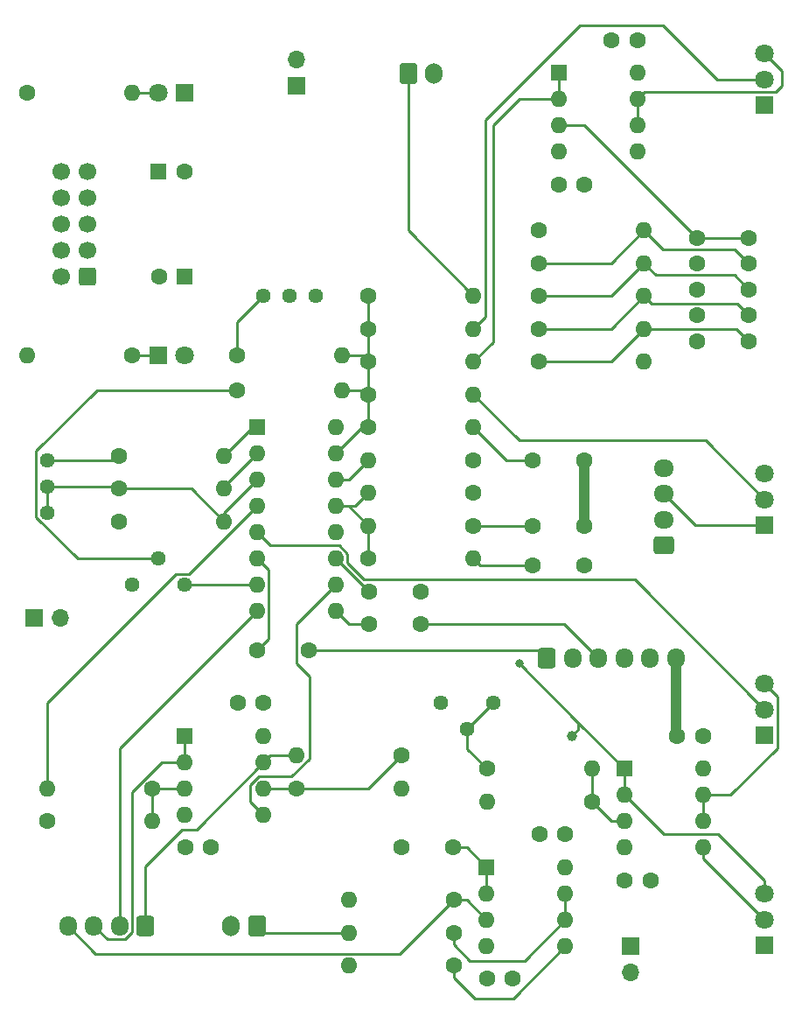
<source format=gtl>
G04 #@! TF.GenerationSoftware,KiCad,Pcbnew,(6.0.11)*
G04 #@! TF.CreationDate,2023-07-18T09:17:07+09:00*
G04 #@! TF.ProjectId,3340VCO,33333430-5643-44f2-9e6b-696361645f70,1.0*
G04 #@! TF.SameCoordinates,Original*
G04 #@! TF.FileFunction,Copper,L1,Top*
G04 #@! TF.FilePolarity,Positive*
%FSLAX46Y46*%
G04 Gerber Fmt 4.6, Leading zero omitted, Abs format (unit mm)*
G04 Created by KiCad (PCBNEW (6.0.11)) date 2023-07-18 09:17:07*
%MOMM*%
%LPD*%
G01*
G04 APERTURE LIST*
G04 Aperture macros list*
%AMRoundRect*
0 Rectangle with rounded corners*
0 $1 Rounding radius*
0 $2 $3 $4 $5 $6 $7 $8 $9 X,Y pos of 4 corners*
0 Add a 4 corners polygon primitive as box body*
4,1,4,$2,$3,$4,$5,$6,$7,$8,$9,$2,$3,0*
0 Add four circle primitives for the rounded corners*
1,1,$1+$1,$2,$3*
1,1,$1+$1,$4,$5*
1,1,$1+$1,$6,$7*
1,1,$1+$1,$8,$9*
0 Add four rect primitives between the rounded corners*
20,1,$1+$1,$2,$3,$4,$5,0*
20,1,$1+$1,$4,$5,$6,$7,0*
20,1,$1+$1,$6,$7,$8,$9,0*
20,1,$1+$1,$8,$9,$2,$3,0*%
G04 Aperture macros list end*
G04 #@! TA.AperFunction,ComponentPad*
%ADD10R,1.700000X1.700000*%
G04 #@! TD*
G04 #@! TA.AperFunction,ComponentPad*
%ADD11O,1.700000X1.700000*%
G04 #@! TD*
G04 #@! TA.AperFunction,ComponentPad*
%ADD12C,1.600000*%
G04 #@! TD*
G04 #@! TA.AperFunction,ComponentPad*
%ADD13O,1.600000X1.600000*%
G04 #@! TD*
G04 #@! TA.AperFunction,ComponentPad*
%ADD14R,1.600000X1.600000*%
G04 #@! TD*
G04 #@! TA.AperFunction,ComponentPad*
%ADD15R,1.800000X1.800000*%
G04 #@! TD*
G04 #@! TA.AperFunction,ComponentPad*
%ADD16C,1.800000*%
G04 #@! TD*
G04 #@! TA.AperFunction,ComponentPad*
%ADD17C,1.440000*%
G04 #@! TD*
G04 #@! TA.AperFunction,ComponentPad*
%ADD18RoundRect,0.250000X-0.600000X-0.750000X0.600000X-0.750000X0.600000X0.750000X-0.600000X0.750000X0*%
G04 #@! TD*
G04 #@! TA.AperFunction,ComponentPad*
%ADD19O,1.700000X2.000000*%
G04 #@! TD*
G04 #@! TA.AperFunction,ComponentPad*
%ADD20RoundRect,0.250000X-0.600000X-0.725000X0.600000X-0.725000X0.600000X0.725000X-0.600000X0.725000X0*%
G04 #@! TD*
G04 #@! TA.AperFunction,ComponentPad*
%ADD21O,1.700000X1.950000*%
G04 #@! TD*
G04 #@! TA.AperFunction,ComponentPad*
%ADD22RoundRect,0.250000X0.725000X-0.600000X0.725000X0.600000X-0.725000X0.600000X-0.725000X-0.600000X0*%
G04 #@! TD*
G04 #@! TA.AperFunction,ComponentPad*
%ADD23O,1.950000X1.700000*%
G04 #@! TD*
G04 #@! TA.AperFunction,ComponentPad*
%ADD24RoundRect,0.250000X0.600000X0.750000X-0.600000X0.750000X-0.600000X-0.750000X0.600000X-0.750000X0*%
G04 #@! TD*
G04 #@! TA.AperFunction,ComponentPad*
%ADD25RoundRect,0.250000X0.600000X0.725000X-0.600000X0.725000X-0.600000X-0.725000X0.600000X-0.725000X0*%
G04 #@! TD*
G04 #@! TA.AperFunction,ComponentPad*
%ADD26RoundRect,0.250000X0.600000X0.600000X-0.600000X0.600000X-0.600000X-0.600000X0.600000X-0.600000X0*%
G04 #@! TD*
G04 #@! TA.AperFunction,ComponentPad*
%ADD27C,1.700000*%
G04 #@! TD*
G04 #@! TA.AperFunction,SMDPad,CuDef*
%ADD28C,1.000000*%
G04 #@! TD*
G04 #@! TA.AperFunction,ViaPad*
%ADD29C,0.800000*%
G04 #@! TD*
G04 #@! TA.AperFunction,Conductor*
%ADD30C,1.000000*%
G04 #@! TD*
G04 #@! TA.AperFunction,Conductor*
%ADD31C,0.250000*%
G04 #@! TD*
G04 APERTURE END LIST*
D10*
X163195000Y-141605000D03*
D11*
X163195000Y-144145000D03*
D12*
X146050000Y-143510000D03*
D13*
X135890000Y-143510000D03*
X163840000Y-57160000D03*
X163840000Y-59700000D03*
X163840000Y-62240000D03*
X163840000Y-64780000D03*
X156220000Y-64780000D03*
X156220000Y-62240000D03*
X156220000Y-59700000D03*
D14*
X156220000Y-57160000D03*
D10*
X130810000Y-58420000D03*
D11*
X130810000Y-55880000D03*
D12*
X141010000Y-132080000D03*
X146010000Y-132080000D03*
X154305000Y-81915000D03*
D13*
X164465000Y-81915000D03*
D15*
X176130000Y-121245000D03*
D16*
X176130000Y-118745000D03*
X176130000Y-116245000D03*
D15*
X120015000Y-59055000D03*
D16*
X117475000Y-59055000D03*
D12*
X127040000Y-113030000D03*
X132040000Y-113030000D03*
D13*
X147965000Y-85080000D03*
D12*
X137805000Y-85080000D03*
D13*
X135255000Y-84455000D03*
D12*
X125095000Y-84455000D03*
D13*
X147955000Y-104130000D03*
D12*
X137795000Y-104130000D03*
X154305000Y-78740000D03*
D13*
X164465000Y-78740000D03*
D14*
X149235000Y-134005000D03*
D13*
X149235000Y-136545000D03*
X149235000Y-139085000D03*
X149235000Y-141625000D03*
X156855000Y-141625000D03*
X156855000Y-139085000D03*
X156855000Y-136545000D03*
X156855000Y-134005000D03*
D14*
X117475000Y-66675000D03*
D12*
X119975000Y-66675000D03*
D17*
X127645000Y-78740000D03*
X130185000Y-78740000D03*
X132725000Y-78740000D03*
D18*
X141625000Y-57260000D03*
D19*
X144125000Y-57260000D03*
D12*
X159405000Y-127645000D03*
D13*
X149245000Y-127645000D03*
D16*
X176130000Y-95925000D03*
X176130000Y-98425000D03*
D15*
X176130000Y-100925000D03*
D12*
X154305000Y-72390000D03*
D13*
X164465000Y-72390000D03*
D12*
X165100000Y-135255000D03*
X162600000Y-135255000D03*
X146050000Y-137160000D03*
D13*
X135890000Y-137160000D03*
D20*
X155040000Y-113775000D03*
D21*
X157540000Y-113775000D03*
X160040000Y-113775000D03*
X162540000Y-113775000D03*
X165040000Y-113775000D03*
X167540000Y-113775000D03*
D12*
X153670000Y-94615000D03*
X158670000Y-94615000D03*
X104775000Y-59055000D03*
D13*
X114935000Y-59055000D03*
X147965000Y-81905000D03*
D12*
X137805000Y-81905000D03*
D13*
X147955000Y-91440000D03*
D12*
X137795000Y-91440000D03*
X142835000Y-110490000D03*
X137835000Y-110490000D03*
D13*
X147965000Y-88255000D03*
D12*
X137805000Y-88255000D03*
D13*
X123825000Y-94180000D03*
D12*
X113665000Y-94180000D03*
X158710000Y-67935000D03*
X156210000Y-67935000D03*
D10*
X105410000Y-109855000D03*
D11*
X107950000Y-109855000D03*
D13*
X130820000Y-123180000D03*
D12*
X140980000Y-123180000D03*
D15*
X176130000Y-60285000D03*
D16*
X176130000Y-57785000D03*
X176130000Y-55285000D03*
D12*
X149245000Y-124470000D03*
D13*
X159405000Y-124470000D03*
D15*
X117475000Y-84455000D03*
D16*
X120015000Y-84455000D03*
D12*
X127625000Y-118100000D03*
X125125000Y-118100000D03*
X142835000Y-107315000D03*
X137835000Y-107315000D03*
D17*
X106680000Y-94615000D03*
X106680000Y-97155000D03*
X106680000Y-99695000D03*
D15*
X176130000Y-141565000D03*
D16*
X176130000Y-139065000D03*
X176130000Y-136565000D03*
D22*
X166370000Y-102870000D03*
D23*
X166370000Y-100370000D03*
X166370000Y-97870000D03*
X166370000Y-95370000D03*
D13*
X135255000Y-87830000D03*
D12*
X125095000Y-87830000D03*
X154305000Y-75565000D03*
D13*
X164465000Y-75565000D03*
D24*
X126980000Y-139700000D03*
D19*
X124480000Y-139700000D03*
D12*
X163830000Y-53965000D03*
X161330000Y-53965000D03*
X114935000Y-84455000D03*
D13*
X104775000Y-84455000D03*
D17*
X149900000Y-118110000D03*
X147360000Y-120650000D03*
X144820000Y-118110000D03*
D12*
X122555000Y-132070000D03*
X120055000Y-132070000D03*
D13*
X134620000Y-91430000D03*
X134620000Y-93970000D03*
X134620000Y-96510000D03*
X134620000Y-99050000D03*
X134620000Y-101590000D03*
X134620000Y-104130000D03*
X134620000Y-106670000D03*
X134620000Y-109210000D03*
X127000000Y-109210000D03*
X127000000Y-106670000D03*
X127000000Y-104130000D03*
X127000000Y-101590000D03*
X127000000Y-99050000D03*
X127000000Y-96510000D03*
X127000000Y-93970000D03*
D14*
X127000000Y-91430000D03*
D12*
X169582500Y-83105000D03*
X169582500Y-80605000D03*
X169582500Y-78105000D03*
X169582500Y-75605000D03*
X169582500Y-73105000D03*
X174582500Y-83105000D03*
X174582500Y-80605000D03*
X174582500Y-78105000D03*
X174582500Y-75605000D03*
X174582500Y-73105000D03*
D17*
X120015000Y-106680000D03*
X117475000Y-104140000D03*
X114935000Y-106680000D03*
D13*
X137795000Y-100955000D03*
D12*
X147955000Y-100955000D03*
X146050000Y-140335000D03*
D13*
X135890000Y-140335000D03*
X140980000Y-126355000D03*
D12*
X130820000Y-126355000D03*
D13*
X127645000Y-121295000D03*
X127645000Y-123835000D03*
X127645000Y-126375000D03*
X127645000Y-128915000D03*
X120025000Y-128915000D03*
X120025000Y-126375000D03*
X120025000Y-123835000D03*
D14*
X120025000Y-121295000D03*
D13*
X137795000Y-97780000D03*
D12*
X147955000Y-97780000D03*
X153710000Y-104775000D03*
X158710000Y-104775000D03*
D13*
X137795000Y-94615000D03*
D12*
X147955000Y-94615000D03*
D13*
X106690000Y-126365000D03*
D12*
X116850000Y-126365000D03*
D25*
X116205000Y-139700000D03*
D21*
X113705000Y-139700000D03*
X111205000Y-139700000D03*
X108705000Y-139700000D03*
D26*
X110607500Y-76835000D03*
D27*
X108067500Y-76835000D03*
X110607500Y-74295000D03*
X108067500Y-74295000D03*
X110607500Y-71755000D03*
X108067500Y-71755000D03*
X110607500Y-69215000D03*
X108067500Y-69215000D03*
X110607500Y-66675000D03*
X108067500Y-66675000D03*
D13*
X123825000Y-100530000D03*
D12*
X113665000Y-100530000D03*
D14*
X120015000Y-76835000D03*
D12*
X117515000Y-76835000D03*
D13*
X147965000Y-78730000D03*
D12*
X137805000Y-78730000D03*
D28*
X157480000Y-121285000D03*
D12*
X154305000Y-85090000D03*
D13*
X164465000Y-85090000D03*
D12*
X158710000Y-100965000D03*
X153710000Y-100965000D03*
X151765000Y-144780000D03*
X149265000Y-144780000D03*
X170180000Y-121285000D03*
X167680000Y-121285000D03*
X156825000Y-130810000D03*
X154325000Y-130810000D03*
D13*
X116850000Y-129540000D03*
D12*
X106690000Y-129540000D03*
D14*
X162590000Y-124480000D03*
D13*
X162590000Y-127020000D03*
X162590000Y-129560000D03*
X162590000Y-132100000D03*
X170210000Y-132100000D03*
X170210000Y-129560000D03*
X170210000Y-127020000D03*
X170210000Y-124480000D03*
D12*
X113665000Y-97345000D03*
D13*
X123825000Y-97345000D03*
D29*
X152400000Y-114300000D03*
D30*
X158670000Y-94615000D02*
X158670000Y-100925000D01*
X167540000Y-113775000D02*
X167540000Y-121145000D01*
X167540000Y-121145000D02*
X167680000Y-121285000D01*
X158670000Y-100925000D02*
X158710000Y-100965000D01*
D31*
X127000000Y-104130000D02*
X128125000Y-105255000D01*
X128125000Y-105255000D02*
X128125000Y-111945000D01*
X128125000Y-111945000D02*
X127040000Y-113030000D01*
X132040000Y-113030000D02*
X154295000Y-113030000D01*
X154295000Y-113030000D02*
X155040000Y-113775000D01*
X137835000Y-107315000D02*
X134650000Y-104130000D01*
X134650000Y-104130000D02*
X134620000Y-104130000D01*
X156755000Y-110490000D02*
X160040000Y-113775000D01*
X142835000Y-110490000D02*
X156755000Y-110490000D01*
X137835000Y-110490000D02*
X135900000Y-110490000D01*
X135900000Y-110490000D02*
X134620000Y-109210000D01*
X153670000Y-94615000D02*
X151130000Y-94615000D01*
X151130000Y-94615000D02*
X147955000Y-91440000D01*
X147955000Y-100955000D02*
X153700000Y-100955000D01*
X153700000Y-100955000D02*
X153710000Y-100965000D01*
X148600000Y-104775000D02*
X147955000Y-104130000D01*
X153710000Y-104775000D02*
X148600000Y-104775000D01*
X146050000Y-143510000D02*
X146050000Y-144641370D01*
X146050000Y-144641370D02*
X148093630Y-146685000D01*
X151795000Y-146685000D02*
X156855000Y-141625000D01*
X148093630Y-146685000D02*
X151795000Y-146685000D01*
X146010000Y-132080000D02*
X147310000Y-132080000D01*
X147310000Y-132080000D02*
X149235000Y-134005000D01*
X149235000Y-134005000D02*
X149235000Y-136545000D01*
X114935000Y-59055000D02*
X117475000Y-59055000D01*
X114935000Y-84455000D02*
X117475000Y-84455000D01*
X147965000Y-78730000D02*
X141625000Y-72390000D01*
X141625000Y-72390000D02*
X141625000Y-57260000D01*
X166370000Y-97870000D02*
X169425000Y-100925000D01*
X169425000Y-100925000D02*
X176130000Y-100925000D01*
X113705000Y-139700000D02*
X113705000Y-122505000D01*
X113705000Y-122505000D02*
X127000000Y-109210000D01*
X127645000Y-123835000D02*
X128300000Y-123180000D01*
X116205000Y-133904745D02*
X119769745Y-130340000D01*
X128300000Y-123180000D02*
X130820000Y-123180000D01*
X116205000Y-139700000D02*
X116205000Y-133904745D01*
X119769745Y-130340000D02*
X121140000Y-130340000D01*
X121140000Y-130340000D02*
X127645000Y-123835000D01*
X114880000Y-140311701D02*
X114191701Y-141000000D01*
X120025000Y-121295000D02*
X120025000Y-123835000D01*
X117789009Y-123835000D02*
X114880000Y-126744009D01*
X112505000Y-141000000D02*
X111205000Y-139700000D01*
X114880000Y-126744009D02*
X114880000Y-140311701D01*
X114191701Y-141000000D02*
X112505000Y-141000000D01*
X120025000Y-123835000D02*
X117789009Y-123835000D01*
X166380000Y-130810000D02*
X162590000Y-127020000D01*
X176130000Y-135292208D02*
X171647792Y-130810000D01*
X176130000Y-136565000D02*
X176130000Y-135292208D01*
X162580000Y-124480000D02*
X158115000Y-120015000D01*
X162590000Y-124480000D02*
X162580000Y-124480000D01*
X158115000Y-120015000D02*
X152400000Y-114300000D01*
X162590000Y-127020000D02*
X162590000Y-124480000D01*
X171647792Y-130810000D02*
X166380000Y-130810000D01*
X157480000Y-121285000D02*
X158115000Y-120650000D01*
X158115000Y-120650000D02*
X158115000Y-120015000D01*
X166305000Y-74230000D02*
X173207500Y-74230000D01*
X173207500Y-74230000D02*
X174582500Y-75605000D01*
X154305000Y-75565000D02*
X161290000Y-75565000D01*
X164465000Y-72390000D02*
X166305000Y-74230000D01*
X161290000Y-75565000D02*
X164465000Y-72390000D01*
X154305000Y-78740000D02*
X161290000Y-78740000D01*
X164465000Y-75565000D02*
X165630000Y-76730000D01*
X173207500Y-76730000D02*
X174582500Y-78105000D01*
X161290000Y-78740000D02*
X164465000Y-75565000D01*
X165630000Y-76730000D02*
X173207500Y-76730000D01*
X161290000Y-81915000D02*
X164465000Y-78740000D01*
X154305000Y-81915000D02*
X161290000Y-81915000D01*
X165205000Y-79480000D02*
X173457500Y-79480000D01*
X164465000Y-78740000D02*
X165205000Y-79480000D01*
X173457500Y-79480000D02*
X174582500Y-80605000D01*
X164465000Y-81915000D02*
X173392500Y-81915000D01*
X161290000Y-85090000D02*
X164465000Y-81915000D01*
X154305000Y-85090000D02*
X161290000Y-85090000D01*
X173392500Y-81915000D02*
X174582500Y-83105000D01*
X147360000Y-122585000D02*
X149245000Y-124470000D01*
X147360000Y-120650000D02*
X149900000Y-118110000D01*
X147360000Y-120650000D02*
X147360000Y-122585000D01*
X161320000Y-129560000D02*
X162590000Y-129560000D01*
X159405000Y-124470000D02*
X159405000Y-127645000D01*
X159405000Y-127645000D02*
X161320000Y-129560000D01*
X120640000Y-97345000D02*
X123825000Y-100530000D01*
X106680000Y-97155000D02*
X113475000Y-97155000D01*
X113475000Y-97155000D02*
X113665000Y-97345000D01*
X106680000Y-97155000D02*
X106680000Y-99695000D01*
X127000000Y-96510000D02*
X123825000Y-99685000D01*
X113665000Y-97345000D02*
X120640000Y-97345000D01*
X123825000Y-99685000D02*
X123825000Y-100530000D01*
X116850000Y-126365000D02*
X116850000Y-129540000D01*
X116860000Y-126375000D02*
X116850000Y-126365000D01*
X120025000Y-126375000D02*
X116860000Y-126375000D01*
X120415000Y-105635000D02*
X119155000Y-105635000D01*
X106690000Y-126990000D02*
X106690000Y-126365000D01*
X119155000Y-105635000D02*
X106680000Y-118110000D01*
X106680000Y-118110000D02*
X106680000Y-127000000D01*
X106680000Y-127000000D02*
X106690000Y-126990000D01*
X127000000Y-99050000D02*
X120415000Y-105635000D01*
X127000000Y-93970000D02*
X123825000Y-97145000D01*
X123825000Y-97145000D02*
X123825000Y-97345000D01*
X106680000Y-94615000D02*
X113230000Y-94615000D01*
X113230000Y-94615000D02*
X113665000Y-94180000D01*
X127000000Y-91430000D02*
X126575000Y-91430000D01*
X126575000Y-91430000D02*
X123825000Y-94180000D01*
X109647146Y-104140000D02*
X105635000Y-100127854D01*
X105635000Y-100127854D02*
X105635000Y-93755000D01*
X111560000Y-87830000D02*
X125095000Y-87830000D01*
X117475000Y-104140000D02*
X109647146Y-104140000D01*
X105635000Y-93755000D02*
X111560000Y-87830000D01*
X137795000Y-88265000D02*
X137805000Y-88255000D01*
X135255000Y-84455000D02*
X137180000Y-84455000D01*
X137380000Y-87830000D02*
X137805000Y-88255000D01*
X137805000Y-81905000D02*
X137805000Y-78730000D01*
X137805000Y-85080000D02*
X137805000Y-81905000D01*
X134620000Y-93970000D02*
X137150000Y-91440000D01*
X137150000Y-91440000D02*
X137795000Y-91440000D01*
X137180000Y-84455000D02*
X137805000Y-85080000D01*
X137805000Y-88255000D02*
X137805000Y-85080000D01*
X135255000Y-87830000D02*
X137380000Y-87830000D01*
X137795000Y-91440000D02*
X137795000Y-88265000D01*
X134620000Y-96510000D02*
X135900000Y-96510000D01*
X135900000Y-96510000D02*
X137795000Y-94615000D01*
X137805000Y-126355000D02*
X140980000Y-123180000D01*
X130800000Y-126375000D02*
X130820000Y-126355000D01*
X130820000Y-126355000D02*
X137805000Y-126355000D01*
X127645000Y-126375000D02*
X130800000Y-126375000D01*
X125095000Y-81290000D02*
X125095000Y-84455000D01*
X127645000Y-78740000D02*
X125095000Y-81290000D01*
X137795000Y-100955000D02*
X137795000Y-104130000D01*
X137795000Y-100955000D02*
X135890000Y-99050000D01*
X135890000Y-99050000D02*
X135265000Y-99050000D01*
X136525000Y-99050000D02*
X137795000Y-97780000D01*
X135265000Y-99050000D02*
X136525000Y-99050000D01*
X134620000Y-99050000D02*
X135265000Y-99050000D01*
X166286926Y-52540000D02*
X171531926Y-57785000D01*
X149090000Y-61730000D02*
X158280000Y-52540000D01*
X171531926Y-57785000D02*
X176130000Y-57785000D01*
X147965000Y-81905000D02*
X149090000Y-80780000D01*
X149090000Y-80780000D02*
X149090000Y-61730000D01*
X158280000Y-52540000D02*
X166286926Y-52540000D01*
X149860000Y-83185000D02*
X149860000Y-62230000D01*
X156220000Y-57160000D02*
X156220000Y-59700000D01*
X149860000Y-62230000D02*
X152400000Y-59690000D01*
X152400000Y-59690000D02*
X152410000Y-59700000D01*
X147965000Y-85080000D02*
X149860000Y-83185000D01*
X152410000Y-59700000D02*
X156220000Y-59700000D01*
X128280000Y-102870000D02*
X127000000Y-101590000D01*
X135745000Y-104588604D02*
X135745000Y-103664009D01*
X176130000Y-118745000D02*
X163575000Y-106190000D01*
X135745000Y-103664009D02*
X134950991Y-102870000D01*
X134950991Y-102870000D02*
X128280000Y-102870000D01*
X163575000Y-106190000D02*
X137346396Y-106190000D01*
X137346396Y-106190000D02*
X135745000Y-104588604D01*
X177355000Y-122470000D02*
X177355000Y-117470000D01*
X177355000Y-117470000D02*
X176130000Y-116245000D01*
X172805000Y-127020000D02*
X177355000Y-122470000D01*
X170210000Y-127020000D02*
X172805000Y-127020000D01*
X170210000Y-127020000D02*
X170210000Y-129560000D01*
X174582500Y-73105000D02*
X169582500Y-73105000D01*
X156220000Y-62240000D02*
X158717500Y-62240000D01*
X158717500Y-62240000D02*
X169582500Y-73105000D01*
X127199009Y-125230000D02*
X130360991Y-125230000D01*
X126365000Y-126064009D02*
X127199009Y-125230000D01*
X126365000Y-127635000D02*
X126365000Y-126064009D01*
X130360991Y-125230000D02*
X132080000Y-123510991D01*
X127645000Y-128915000D02*
X126365000Y-127635000D01*
X130810000Y-110480000D02*
X134620000Y-106670000D01*
X130810000Y-114300000D02*
X130810000Y-110480000D01*
X132080000Y-115570000D02*
X130810000Y-114300000D01*
X132080000Y-123510991D02*
X132080000Y-115570000D01*
X164530000Y-59010000D02*
X177210000Y-59010000D01*
X176130000Y-55285000D02*
X177800000Y-56955000D01*
X177210000Y-59010000D02*
X177800000Y-58420000D01*
X163840000Y-59700000D02*
X163840000Y-62240000D01*
X177800000Y-56955000D02*
X177800000Y-57150000D01*
X163840000Y-59700000D02*
X164530000Y-59010000D01*
X177800000Y-58420000D02*
X177800000Y-57150000D01*
X176130000Y-139065000D02*
X170210000Y-133145000D01*
X170210000Y-133145000D02*
X170210000Y-132100000D01*
X152420000Y-92710000D02*
X170415000Y-92710000D01*
X170415000Y-92710000D02*
X176130000Y-98425000D01*
X147965000Y-88255000D02*
X152420000Y-92710000D01*
X146050000Y-140335000D02*
X146050000Y-141466370D01*
X147633630Y-143050000D02*
X152890000Y-143050000D01*
X152890000Y-143050000D02*
X156855000Y-139085000D01*
X156855000Y-139085000D02*
X156855000Y-136545000D01*
X146050000Y-141466370D02*
X147633630Y-143050000D01*
X126990000Y-106680000D02*
X127000000Y-106670000D01*
X120015000Y-106680000D02*
X126990000Y-106680000D01*
X111390000Y-142385000D02*
X108705000Y-139700000D01*
X146050000Y-137160000D02*
X147310000Y-137160000D01*
X147310000Y-137160000D02*
X149235000Y-139085000D01*
X140825000Y-142385000D02*
X111390000Y-142385000D01*
X146050000Y-137160000D02*
X140825000Y-142385000D01*
X127615000Y-140335000D02*
X135890000Y-140335000D01*
X126980000Y-139700000D02*
X127615000Y-140335000D01*
M02*

</source>
